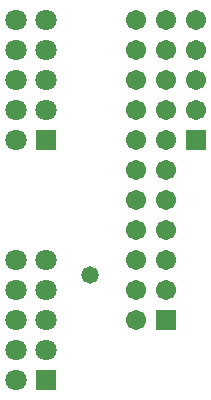
<source format=gbr>
%TF.GenerationSoftware,Altium Limited,Altium Designer,23.7.1 (13)*%
G04 Layer_Color=16711935*
%FSLAX45Y45*%
%MOMM*%
%TF.SameCoordinates,25FEA040-87FC-4766-ABD7-6AF3FFDF4EEB*%
%TF.FilePolarity,Negative*%
%TF.FileFunction,Soldermask,Bot*%
%TF.Part,Single*%
G01*
G75*
%TA.AperFunction,ComponentPad*%
%ADD20C,1.70320*%
%ADD21R,1.70320X1.70320*%
%ADD22C,1.80320*%
%ADD23R,1.80320X1.80320*%
%TA.AperFunction,ViaPad*%
%ADD24C,1.47320*%
D20*
X6096000Y6858000D02*
D03*
X6350000D02*
D03*
X6096000Y6604000D02*
D03*
X6350000D02*
D03*
X6096000Y6350000D02*
D03*
X6350000D02*
D03*
X6096000Y6096000D02*
D03*
X6350000D02*
D03*
X6096000Y5842000D02*
D03*
X6350000D02*
D03*
X6096000Y5588000D02*
D03*
X6350000D02*
D03*
X6096000Y5334000D02*
D03*
X6350000D02*
D03*
X6096000Y5080000D02*
D03*
X6350000D02*
D03*
X6096000Y4826000D02*
D03*
X6350000D02*
D03*
X6096000Y4572000D02*
D03*
X6350000D02*
D03*
X6096000Y4318000D02*
D03*
X6604000Y6858000D02*
D03*
Y6604000D02*
D03*
Y6350000D02*
D03*
Y6096000D02*
D03*
D21*
X6350000Y4318000D02*
D03*
X6604000Y5842000D02*
D03*
D22*
X5080000Y6858000D02*
D03*
Y6604000D02*
D03*
X5334000Y6858000D02*
D03*
Y6604000D02*
D03*
X5080000Y6350000D02*
D03*
X5334000D02*
D03*
X5080000Y6096000D02*
D03*
X5334000D02*
D03*
X5080000Y5842000D02*
D03*
Y4826000D02*
D03*
Y4572000D02*
D03*
X5334000Y4826000D02*
D03*
Y4572000D02*
D03*
X5080000Y4318000D02*
D03*
X5334000D02*
D03*
X5080000Y4064000D02*
D03*
X5334000D02*
D03*
X5080000Y3810000D02*
D03*
D23*
X5334000Y5842000D02*
D03*
Y3810000D02*
D03*
D24*
X5709920Y4693920D02*
D03*
%TF.MD5,2cb47561b81d60389b0068c14e14fe5c*%
M02*

</source>
